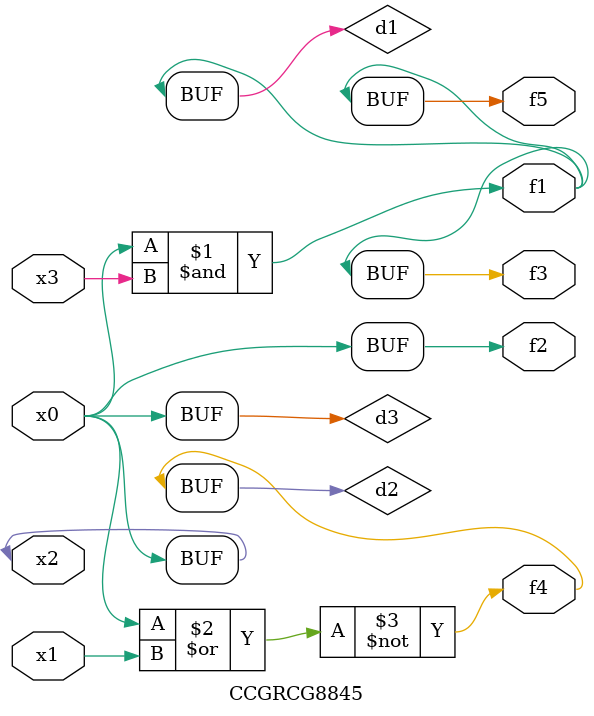
<source format=v>
module CCGRCG8845(
	input x0, x1, x2, x3,
	output f1, f2, f3, f4, f5
);

	wire d1, d2, d3;

	and (d1, x2, x3);
	nor (d2, x0, x1);
	buf (d3, x0, x2);
	assign f1 = d1;
	assign f2 = d3;
	assign f3 = d1;
	assign f4 = d2;
	assign f5 = d1;
endmodule

</source>
